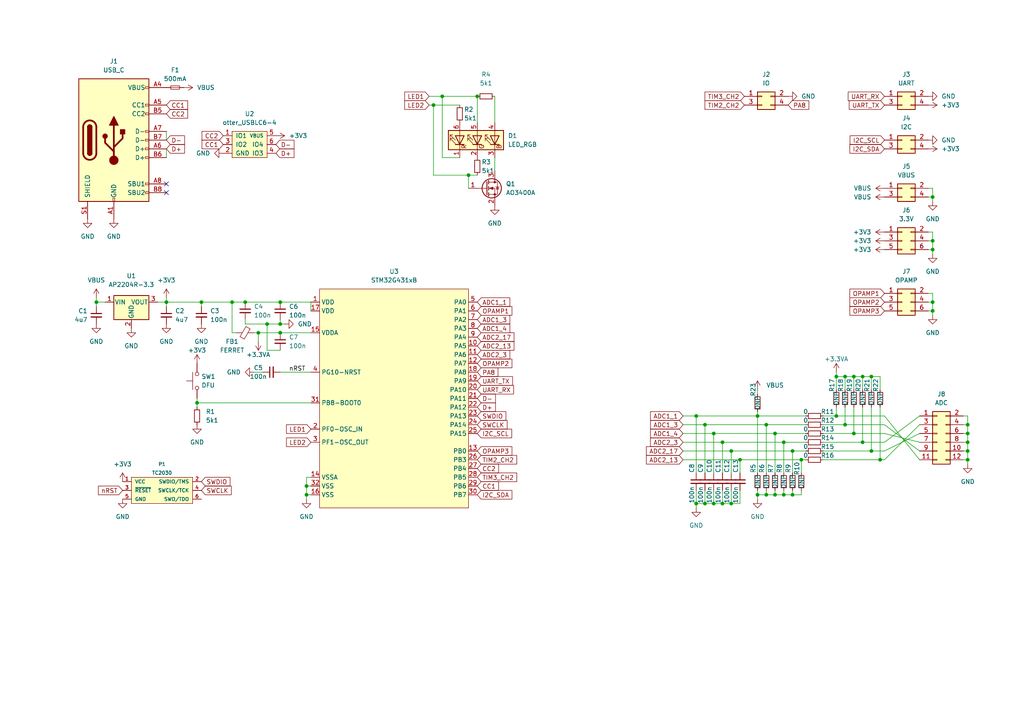
<source format=kicad_sch>
(kicad_sch (version 20211123) (generator eeschema)
  (paper "A4")
  (lib_symbols
    (symbol "Connector:USB_C_Receptacle_USB2.0" (pin_names (offset 1.016))
      (property "Reference" "J" (at -10.16 19.05 0))
      (property "Value" "USB_C_Receptacle_USB2.0" (at 19.05 19.05 0))
      (symbol "USB_C_Receptacle_USB2.0_1_1"
        (pin passive line (at 0 -22.86 90) (length 5.08) (name "GND") (number "A1"))
        (pin passive line (at 0 -22.86 90) (length 5.08) hide (name "GND") (number "A12"))
        (pin passive line (at 15.24 15.24 180) (length 5.08) (name "VBUS") (number "A4"))
        (pin bidirectional line (at 15.24 10.16 180) (length 5.08) (name "CC1") (number "A5"))
        (pin bidirectional line (at 15.24 -2.54 180) (length 5.08) (name "D+") (number "A6"))
        (pin bidirectional line (at 15.24 2.54 180) (length 5.08) (name "D-") (number "A7"))
        (pin bidirectional line (at 15.24 -12.7 180) (length 5.08) (name "SBU1") (number "A8"))
        (pin passive line (at 15.24 15.24 180) (length 5.08) hide (name "VBUS") (number "A9"))
        (pin passive line (at 0 -22.86 90) (length 5.08) hide (name "GND") (number "B1"))
        (pin passive line (at 0 -22.86 90) (length 5.08) hide (name "GND") (number "B12"))
        (pin passive line (at 15.24 15.24 180) (length 5.08) hide (name "VBUS") (number "B4"))
        (pin bidirectional line (at 15.24 7.62 180) (length 5.08) (name "CC2") (number "B5"))
        (pin bidirectional line (at 15.24 -5.08 180) (length 5.08) (name "D+") (number "B6"))
        (pin bidirectional line (at 15.24 0 180) (length 5.08) (name "D-") (number "B7"))
        (pin bidirectional line (at 15.24 -15.24 180) (length 5.08) (name "SBU2") (number "B8"))
        (pin passive line (at 15.24 15.24 180) (length 5.08) hide (name "VBUS") (number "B9"))
        (pin passive line (at -7.62 -22.86 90) (length 5.08) (name "SHIELD") (number "S1"))
      )
    )
    (symbol "Connector_Generic:Conn_02x02_Odd_Even" (pin_names (offset 1.016) hide)
      (property "Reference" "J" (at 1.27 2.54 0))
      (property "Value" "Conn_02x02_Odd_Even" (at 1.27 -5.08 0))
      (symbol "Conn_02x02_Odd_Even_1_1"
        (pin passive line (at -5.08 0 0) (length 3.81) (name "Pin_1") (number "1"))
        (pin passive line (at 7.62 0 180) (length 3.81) (name "Pin_2") (number "2"))
        (pin passive line (at -5.08 -2.54 0) (length 3.81) (name "Pin_3") (number "3"))
        (pin passive line (at 7.62 -2.54 180) (length 3.81) (name "Pin_4") (number "4"))
      )
    )
    (symbol "Connector_Generic:Conn_02x03_Odd_Even" (pin_names (offset 1.016) hide)
      (property "Reference" "J" (at 1.27 5.08 0))
      (property "Value" "Conn_02x03_Odd_Even" (at 1.27 -5.08 0))
      (symbol "Conn_02x03_Odd_Even_1_1"
        (pin passive line (at -5.08 2.54 0) (length 3.81) (name "Pin_1") (number "1"))
        (pin passive line (at 7.62 2.54 180) (length 3.81) (name "Pin_2") (number "2"))
        (pin passive line (at -5.08 0 0) (length 3.81) (name "Pin_3") (number "3"))
        (pin passive line (at 7.62 0 180) (length 3.81) (name "Pin_4") (number "4"))
        (pin passive line (at -5.08 -2.54 0) (length 3.81) (name "Pin_5") (number "5"))
        (pin passive line (at 7.62 -2.54 180) (length 3.81) (name "Pin_6") (number "6"))
      )
    )
    (symbol "Connector_Generic:Conn_02x06_Odd_Even" (pin_names (offset 1.016) hide)
      (property "Reference" "J" (at 1.27 7.62 0))
      (property "Value" "Conn_02x06_Odd_Even" (at 1.27 -10.16 0))
      (symbol "Conn_02x06_Odd_Even_1_1"
        (pin passive line (at -5.08 5.08 0) (length 3.81) (name "Pin_1") (number "1"))
        (pin passive line (at 7.62 -5.08 180) (length 3.81) (name "Pin_10") (number "10"))
        (pin passive line (at -5.08 -7.62 0) (length 3.81) (name "Pin_11") (number "11"))
        (pin passive line (at 7.62 -7.62 180) (length 3.81) (name "Pin_12") (number "12"))
        (pin passive line (at 7.62 5.08 180) (length 3.81) (name "Pin_2") (number "2"))
        (pin passive line (at -5.08 2.54 0) (length 3.81) (name "Pin_3") (number "3"))
        (pin passive line (at 7.62 2.54 180) (length 3.81) (name "Pin_4") (number "4"))
        (pin passive line (at -5.08 0 0) (length 3.81) (name "Pin_5") (number "5"))
        (pin passive line (at 7.62 0 180) (length 3.81) (name "Pin_6") (number "6"))
        (pin passive line (at -5.08 -2.54 0) (length 3.81) (name "Pin_7") (number "7"))
        (pin passive line (at 7.62 -2.54 180) (length 3.81) (name "Pin_8") (number "8"))
        (pin passive line (at -5.08 -5.08 0) (length 3.81) (name "Pin_9") (number "9"))
      )
    )
    (symbol "Device:C_Small" (pin_numbers hide) (pin_names (offset 0.254) hide)
      (property "Reference" "C" (at 0.254 1.778 0))
      (property "Value" "C_Small" (at 0.254 -2.032 0))
      (symbol "C_Small_1_1"
        (pin passive line (at 0 2.54 270) (length 2.032) (name "~") (number "1"))
        (pin passive line (at 0 -2.54 90) (length 2.032) (name "~") (number "2"))
      )
    )
    (symbol "Device:FerriteBead_Small" (pin_numbers hide) (pin_names (offset 0))
      (property "Reference" "FB" (at 1.905 1.27 0))
      (property "Value" "FerriteBead_Small" (at 1.905 -1.27 0))
      (symbol "FerriteBead_Small_1_1"
        (pin passive line (at 0 2.54 270) (length 1.27) (name "~") (number "1"))
        (pin passive line (at 0 -2.54 90) (length 1.27) (name "~") (number "2"))
      )
    )
    (symbol "Device:Fuse_Small" (pin_numbers hide) (pin_names (offset 0.254) hide)
      (property "Reference" "F" (at 0 -1.524 0))
      (property "Value" "Fuse_Small" (at 0 1.524 0))
      (symbol "Fuse_Small_1_1"
        (pin passive line (at -2.54 0 0) (length 1.27) (name "~") (number "1"))
        (pin passive line (at 2.54 0 180) (length 1.27) (name "~") (number "2"))
      )
    )
    (symbol "Device:LED_RGB" (pin_names (offset 0) hide)
      (property "Reference" "D" (at 0 9.398 0))
      (property "Value" "LED_RGB" (at 0 -8.89 0))
      (symbol "LED_RGB_0_0"
        (text "B" (at -1.905 -6.35 0) (effects (font (size 1.27 1.27))))
        (text "G" (at -1.905 -1.27 0) (effects (font (size 1.27 1.27))))
        (text "R" (at -1.905 3.81 0) (effects (font (size 1.27 1.27))))
      )
      (symbol "LED_RGB_1_1"
        (pin passive line (at -5.08 5.08 0) (length 2.54) (name "RK") (number "1"))
        (pin passive line (at -5.08 0 0) (length 2.54) (name "GK") (number "2"))
        (pin passive line (at -5.08 -5.08 0) (length 2.54) (name "BK") (number "3"))
        (pin passive line (at 5.08 -5.08 180) (length 2.54) (name "BA") (number "4"))
        (pin passive line (at 5.08 0 180) (length 2.54) (name "GA") (number "5"))
        (pin passive line (at 5.08 5.08 180) (length 2.54) (name "RA") (number "6"))
      )
    )
    (symbol "Device:R_Small" (pin_numbers hide) (pin_names (offset 0.254) hide)
      (property "Reference" "R" (at 0.762 0.508 0))
      (property "Value" "R_Small" (at 0.762 -1.016 0))
      (symbol "R_Small_1_1"
        (pin passive line (at 0 2.54 270) (length 0.762) (name "~") (number "1"))
        (pin passive line (at 0 -2.54 90) (length 0.762) (name "~") (number "2"))
      )
    )
    (symbol "Regulator_Linear:AP2204R-3.3" (pin_names (offset 0.254))
      (property "Reference" "U" (at -5.08 3.175 0))
      (property "Value" "AP2204R-3.3" (at 0 3.175 0))
      (symbol "AP2204R-3.3_1_1"
        (pin power_in line (at -7.62 0 0) (length 2.54) (name "VIN") (number "1"))
        (pin power_in line (at 0 -7.62 90) (length 2.54) (name "GND") (number "2"))
        (pin power_out line (at 7.62 0 180) (length 2.54) (name "VOUT") (number "3"))
      )
    )
    (symbol "Switch:SW_Push" (pin_numbers hide) (pin_names (offset 1.016) hide)
      (property "Reference" "SW" (at 1.27 2.54 0))
      (property "Value" "SW_Push" (at 0 -1.524 0))
      (symbol "SW_Push_0_1"
        (pin passive line (at -5.08 0 0) (length 2.54) (name "1") (number "1"))
        (pin passive line (at 5.08 0 180) (length 2.54) (name "2") (number "2"))
      )
    )
    (symbol "Transistor_FET:AO3400A" (pin_names hide)
      (property "Reference" "Q" (at 5.08 1.905 0))
      (property "Value" "AO3400A" (at 5.08 0 0))
      (symbol "AO3400A_1_1"
        (pin input line (at -5.08 0 0) (length 2.54) (name "G") (number "1"))
        (pin passive line (at 2.54 -5.08 90) (length 2.54) (name "S") (number "2"))
        (pin passive line (at 2.54 5.08 270) (length 2.54) (name "D") (number "3"))
      )
    )
    (symbol "otter:+3.3V" (power) (pin_names (offset 0))
      (property "Value" "+3.3V" (at 0 3.556 0))
      (symbol "+3.3V_1_1"
        (pin power_in line (at 0 0 90) (length 0) hide (name "+3V3") (number "1"))
      )
    )
    (symbol "otter:GND" (power) (pin_names (offset 0))
      (property "Value" "GND" (at 0 -3.81 0))
      (symbol "GND_1_1"
        (pin power_in line (at 0 0 270) (length 0) hide (name "GND") (number "1"))
      )
    )
    (symbol "otter:STM32G431xB"
      (property "Reference" "U" (at 0 34.29 0))
      (property "Value" "STM32G431xB" (at 0 31.75 0))
      (symbol "STM32G431xB_1_1"
        (pin input line (at -25.4 26.67 0) (length 2.54) (name "VDD") (number "1"))
        (pin input line (at 22.86 13.97 180) (length 2.54) (name "PA5") (number "10"))
        (pin input line (at 22.86 11.43 180) (length 2.54) (name "PA6") (number "11"))
        (pin input line (at 22.86 8.89 180) (length 2.54) (name "PA7") (number "12"))
        (pin input line (at 22.86 -16.51 180) (length 2.54) (name "PB0") (number "13"))
        (pin input line (at -25.4 -24.13 0) (length 2.54) (name "VSSA") (number "14"))
        (pin input line (at -25.4 17.78 0) (length 2.54) (name "VDDA") (number "15"))
        (pin input line (at -25.4 -29.21 0) (length 2.54) (name "VSS") (number "16"))
        (pin input line (at -25.4 24.13 0) (length 2.54) (name "VDD") (number "17"))
        (pin input line (at 22.86 6.35 180) (length 2.54) (name "PA8") (number "18"))
        (pin input line (at 22.86 3.81 180) (length 2.54) (name "PA9") (number "19"))
        (pin input line (at -25.4 -10.16 0) (length 2.54) (name "PF0-OSC_IN") (number "2"))
        (pin input line (at 22.86 1.27 180) (length 2.54) (name "PA10") (number "20"))
        (pin input line (at 22.86 -1.27 180) (length 2.54) (name "PA11") (number "21"))
        (pin input line (at 22.86 -3.81 180) (length 2.54) (name "PA12") (number "22"))
        (pin input line (at 22.86 -6.35 180) (length 2.54) (name "PA13") (number "23"))
        (pin input line (at 22.86 -8.89 180) (length 2.54) (name "PA14") (number "24"))
        (pin input line (at 22.86 -11.43 180) (length 2.54) (name "PA15") (number "25"))
        (pin input line (at 22.86 -19.05 180) (length 2.54) (name "PB3") (number "26"))
        (pin input line (at 22.86 -21.59 180) (length 2.54) (name "PB4") (number "27"))
        (pin input line (at 22.86 -24.13 180) (length 2.54) (name "PB5") (number "28"))
        (pin input line (at 22.86 -26.67 180) (length 2.54) (name "PB6") (number "29"))
        (pin input line (at -25.4 -13.97 0) (length 2.54) (name "PF1-OSC_OUT") (number "3"))
        (pin input line (at 22.86 -29.21 180) (length 2.54) (name "PB7") (number "30"))
        (pin input line (at -25.4 -2.54 0) (length 2.54) (name "PB8-BOOT0") (number "31"))
        (pin input line (at -25.4 -26.67 0) (length 2.54) (name "VSS") (number "32"))
        (pin input line (at -25.4 6.35 0) (length 2.54) (name "PG10-NRST") (number "4"))
        (pin input line (at 22.86 26.67 180) (length 2.54) (name "PA0") (number "5"))
        (pin input line (at 22.86 24.13 180) (length 2.54) (name "PA1") (number "6"))
        (pin input line (at 22.86 21.59 180) (length 2.54) (name "PA2") (number "7"))
        (pin input line (at 22.86 19.05 180) (length 2.54) (name "PA3") (number "8"))
        (pin input line (at 22.86 16.51 180) (length 2.54) (name "PA4") (number "9"))
      )
    )
    (symbol "otter:TC2030-CTX-Tag-Connect" (pin_names (offset 1.016))
      (property "Reference" "P" (at -1.27 -5.08 0))
      (property "Value" "TC2030-CTX-Tag-Connect" (at 0 5.08 0))
      (symbol "TC2030-CTX-Tag-Connect_1_1"
        (pin passive line (at -11.43 2.54 0) (length 2.54) (name "VCC") (number "1"))
        (pin passive line (at 11.43 2.54 180) (length 2.54) (name "SWDIO/TMS") (number "2"))
        (pin passive line (at -11.43 0 0) (length 2.54) (name "~{RESET}") (number "3"))
        (pin passive line (at 11.43 0 180) (length 2.54) (name "SWCLK/TCK") (number "4"))
        (pin passive line (at -11.43 -2.54 0) (length 2.54) (name "GND") (number "5"))
        (pin passive line (at 11.43 -2.54 180) (length 2.54) (name "SWO/TDO") (number "6"))
      )
    )
    (symbol "otter:otter_USBLC6-4" (pin_names (offset 1.016))
      (property "Reference" "U" (at 0 7.62 0))
      (property "Value" "otter_USBLC6-4" (at 0 5.08 0))
      (symbol "otter_USBLC6-4_1_1"
        (pin input line (at -7.62 2.54 0) (length 2.54) (name "IO1") (number "1"))
        (pin input line (at -7.62 -2.54 0) (length 2.54) (name "GND") (number "2"))
        (pin input line (at -7.62 0 0) (length 2.54) (name "IO2") (number "3"))
        (pin input line (at 7.62 -2.54 180) (length 2.54) (name "IO3") (number "4"))
        (pin input line (at 7.62 2.54 180) (length 2.54) (name "VBUS") (number "5"))
        (pin input line (at 7.62 0 180) (length 2.54) (name "IO4") (number "6"))
      )
    )
    (symbol "power:+3.3VA" (power) (pin_names (offset 0))
      (property "Value" "+3.3VA" (at 0 3.556 0))
      (symbol "+3.3VA_1_1"
        (pin power_in line (at 0 0 90) (length 0) hide (name "+3.3VA") (number "1"))
      )
    )
    (symbol "power:VBUS" (power) (pin_names (offset 0))
      (property "Value" "VBUS" (at 0 3.81 0))
      (symbol "VBUS_1_1"
        (pin power_in line (at 0 0 90) (length 0) hide (name "VBUS") (number "1"))
      )
    )
  )
  (junction (at 77.47 93.98))
  (junction (at 81.28 96.52))
  (junction (at 58.42 87.63))
  (junction (at 204.47 123.19))
  (junction (at 280.67 133.35))
  (junction (at 209.55 128.27))
  (junction (at 280.67 128.27))
  (junction (at 255.27 133.35))
  (junction (at 252.73 109.22))
  (junction (at 245.11 123.19))
  (junction (at 270.51 87.63))
  (junction (at 270.51 69.85))
  (junction (at 88.9 140.97))
  (junction (at 270.51 57.15))
  (junction (at 242.57 120.65))
  (junction (at 232.41 133.35))
  (junction (at 247.65 109.22))
  (junction (at 227.33 143.51))
  (junction (at 229.87 143.51))
  (junction (at 27.94 87.63))
  (junction (at 227.33 128.27))
  (junction (at 270.51 72.39))
  (junction (at 222.25 143.51))
  (junction (at 209.55 146.05))
  (junction (at 48.26 87.63))
  (junction (at 250.19 128.27))
  (junction (at 219.71 143.51))
  (junction (at 280.67 123.19))
  (junction (at 81.28 87.63))
  (junction (at 201.93 146.05))
  (junction (at 138.43 27.94))
  (junction (at 74.93 96.52))
  (junction (at 242.57 109.22))
  (junction (at 88.9 143.51))
  (junction (at 212.09 130.81))
  (junction (at 247.65 125.73))
  (junction (at 270.51 90.17))
  (junction (at 214.63 133.35))
  (junction (at 67.31 87.63))
  (junction (at 57.15 116.84))
  (junction (at 207.01 125.73))
  (junction (at 224.79 125.73))
  (junction (at 212.09 146.05))
  (junction (at 125.73 30.48))
  (junction (at 222.25 123.19))
  (junction (at 252.73 130.81))
  (junction (at 224.79 143.51))
  (junction (at 204.47 146.05))
  (junction (at 245.11 109.22))
  (junction (at 229.87 130.81))
  (junction (at 280.67 125.73))
  (junction (at 250.19 109.22))
  (junction (at 71.12 87.63))
  (junction (at 135.89 50.8))
  (junction (at 280.67 130.81))
  (junction (at 128.27 27.94))
  (junction (at 207.01 146.05))
  (junction (at 219.71 120.65))
  (junction (at 81.28 93.98))
  (junction (at 201.93 120.65))
  (no_connect (at 48.26 55.88))
  (no_connect (at 48.26 53.34))
  (wire (pts (xy 252.73 109.22) (xy 252.73 113.03)))
  (wire (pts (xy 256.54 128.27) (xy 250.19 128.27)))
  (wire (pts (xy 71.12 93.98) (xy 71.12 92.71)))
  (wire (pts (xy 214.63 133.35) (xy 198.12 133.35)))
  (wire (pts (xy 90.17 90.17) (xy 90.17 87.63)))
  (wire (pts (xy 71.12 87.63) (xy 67.31 87.63)))
  (wire (pts (xy 209.55 146.05) (xy 207.01 146.05)))
  (wire (pts (xy 280.67 133.35) (xy 280.67 134.62)))
  (wire (pts (xy 81.28 93.98) (xy 81.28 92.71)))
  (wire (pts (xy 280.67 123.19) (xy 280.67 120.65)))
  (wire (pts (xy 250.19 128.27) (xy 238.76 128.27)))
  (wire (pts (xy 74.93 96.52) (xy 73.66 96.52)))
  (wire (pts (xy 270.51 69.85) (xy 269.24 69.85)))
  (wire (pts (xy 232.41 137.16) (xy 232.41 133.35)))
  (wire (pts (xy 88.9 143.51) (xy 88.9 140.97)))
  (wire (pts (xy 250.19 109.22) (xy 250.19 113.03)))
  (wire (pts (xy 255.27 118.11) (xy 255.27 133.35)))
  (wire (pts (xy 58.42 87.63) (xy 67.31 87.63)))
  (wire (pts (xy 73.66 107.95) (xy 76.2 107.95)))
  (wire (pts (xy 227.33 143.51) (xy 224.79 143.51)))
  (wire (pts (xy 219.71 120.65) (xy 201.93 120.65)))
  (wire (pts (xy 88.9 138.43) (xy 90.17 138.43)))
  (wire (pts (xy 48.26 87.63) (xy 58.42 87.63)))
  (wire (pts (xy 224.79 137.16) (xy 224.79 125.73)))
  (wire (pts (xy 207.01 137.16) (xy 207.01 125.73)))
  (wire (pts (xy 229.87 143.51) (xy 227.33 143.51)))
  (wire (pts (xy 250.19 109.22) (xy 252.73 109.22)))
  (wire (pts (xy 128.27 27.94) (xy 138.43 27.94)))
  (wire (pts (xy 242.57 120.65) (xy 238.76 120.65)))
  (wire (pts (xy 233.68 128.27) (xy 227.33 128.27)))
  (wire (pts (xy 124.46 30.48) (xy 125.73 30.48)))
  (wire (pts (xy 222.25 143.51) (xy 219.71 143.51)))
  (wire (pts (xy 125.73 50.8) (xy 125.73 30.48)))
  (wire (pts (xy 57.15 118.11) (xy 57.15 116.84)))
  (wire (pts (xy 204.47 142.24) (xy 204.47 146.05)))
  (wire (pts (xy 88.9 144.78) (xy 88.9 143.51)))
  (wire (pts (xy 30.48 87.63) (xy 27.94 87.63)))
  (wire (pts (xy 270.51 91.44) (xy 270.51 90.17)))
  (wire (pts (xy 233.68 130.81) (xy 229.87 130.81)))
  (wire (pts (xy 219.71 113.03) (xy 219.71 114.3)))
  (wire (pts (xy 209.55 128.27) (xy 198.12 128.27)))
  (wire (pts (xy 245.11 123.19) (xy 238.76 123.19)))
  (wire (pts (xy 81.28 96.52) (xy 74.93 96.52)))
  (wire (pts (xy 45.72 87.63) (xy 48.26 87.63)))
  (wire (pts (xy 247.65 125.73) (xy 238.76 125.73)))
  (wire (pts (xy 256.54 125.73) (xy 247.65 125.73)))
  (wire (pts (xy 219.71 120.65) (xy 219.71 119.38)))
  (wire (pts (xy 58.42 88.9) (xy 58.42 87.63)))
  (wire (pts (xy 233.68 123.19) (xy 222.25 123.19)))
  (wire (pts (xy 138.43 50.8) (xy 135.89 50.8)))
  (wire (pts (xy 232.41 142.24) (xy 232.41 143.51)))
  (wire (pts (xy 219.71 143.51) (xy 219.71 142.24)))
  (wire (pts (xy 135.89 50.8) (xy 125.73 50.8)))
  (wire (pts (xy 256.54 123.19) (xy 266.7 130.81)))
  (wire (pts (xy 57.15 116.84) (xy 57.15 115.57)))
  (wire (pts (xy 255.27 109.22) (xy 255.27 113.03)))
  (wire (pts (xy 90.17 140.97) (xy 88.9 140.97)))
  (wire (pts (xy 27.94 87.63) (xy 27.94 88.9)))
  (wire (pts (xy 212.09 146.05) (xy 209.55 146.05)))
  (wire (pts (xy 233.68 133.35) (xy 232.41 133.35)))
  (wire (pts (xy 232.41 133.35) (xy 214.63 133.35)))
  (wire (pts (xy 81.28 87.63) (xy 71.12 87.63)))
  (wire (pts (xy 48.26 86.36) (xy 48.26 87.63)))
  (wire (pts (xy 280.67 120.65) (xy 279.4 120.65)))
  (wire (pts (xy 124.46 27.94) (xy 128.27 27.94)))
  (wire (pts (xy 233.68 120.65) (xy 219.71 120.65)))
  (wire (pts (xy 227.33 128.27) (xy 209.55 128.27)))
  (wire (pts (xy 222.25 142.24) (xy 222.25 143.51)))
  (wire (pts (xy 219.71 144.78) (xy 219.71 143.51)))
  (wire (pts (xy 207.01 125.73) (xy 198.12 125.73)))
  (wire (pts (xy 224.79 143.51) (xy 222.25 143.51)))
  (wire (pts (xy 128.27 45.72) (xy 128.27 27.94)))
  (wire (pts (xy 256.54 133.35) (xy 266.7 123.19)))
  (wire (pts (xy 256.54 128.27) (xy 266.7 120.65)))
  (wire (pts (xy 270.51 57.15) (xy 269.24 57.15)))
  (wire (pts (xy 245.11 109.22) (xy 245.11 113.03)))
  (wire (pts (xy 214.63 137.16) (xy 214.63 133.35)))
  (wire (pts (xy 207.01 142.24) (xy 207.01 146.05)))
  (wire (pts (xy 212.09 142.24) (xy 212.09 146.05)))
  (wire (pts (xy 90.17 87.63) (xy 81.28 87.63)))
  (wire (pts (xy 252.73 118.11) (xy 252.73 130.81)))
  (wire (pts (xy 256.54 120.65) (xy 242.57 120.65)))
  (wire (pts (xy 252.73 130.81) (xy 238.76 130.81)))
  (wire (pts (xy 229.87 142.24) (xy 229.87 143.51)))
  (wire (pts (xy 48.26 88.9) (xy 48.26 87.63)))
  (wire (pts (xy 242.57 113.03) (xy 242.57 109.22)))
  (wire (pts (xy 245.11 118.11) (xy 245.11 123.19)))
  (wire (pts (xy 269.24 67.31) (xy 270.51 67.31)))
  (wire (pts (xy 270.51 87.63) (xy 270.51 85.09)))
  (wire (pts (xy 201.93 120.65) (xy 198.12 120.65)))
  (wire (pts (xy 207.01 146.05) (xy 204.47 146.05)))
  (wire (pts (xy 90.17 143.51) (xy 88.9 143.51)))
  (wire (pts (xy 256.54 125.73) (xy 266.7 128.27)))
  (wire (pts (xy 77.47 101.6) (xy 81.28 101.6)))
  (wire (pts (xy 233.68 125.73) (xy 224.79 125.73)))
  (wire (pts (xy 222.25 123.19) (xy 204.47 123.19)))
  (wire (pts (xy 229.87 137.16) (xy 229.87 130.81)))
  (wire (pts (xy 280.67 125.73) (xy 279.4 125.73)))
  (wire (pts (xy 125.73 30.48) (xy 133.35 30.48)))
  (wire (pts (xy 201.93 137.16) (xy 201.93 120.65)))
  (wire (pts (xy 81.28 107.95) (xy 90.17 107.95)))
  (wire (pts (xy 252.73 109.22) (xy 255.27 109.22)))
  (wire (pts (xy 48.26 38.1) (xy 48.26 40.64)))
  (wire (pts (xy 77.47 93.98) (xy 71.12 93.98)))
  (wire (pts (xy 67.31 87.63) (xy 67.31 96.52)))
  (wire (pts (xy 280.67 130.81) (xy 279.4 130.81)))
  (wire (pts (xy 224.79 142.24) (xy 224.79 143.51)))
  (wire (pts (xy 242.57 109.22) (xy 245.11 109.22)))
  (wire (pts (xy 270.51 54.61) (xy 269.24 54.61)))
  (wire (pts (xy 204.47 146.05) (xy 201.93 146.05)))
  (wire (pts (xy 247.65 109.22) (xy 250.19 109.22)))
  (wire (pts (xy 82.55 93.98) (xy 81.28 93.98)))
  (wire (pts (xy 255.27 133.35) (xy 256.54 133.35)))
  (wire (pts (xy 270.51 90.17) (xy 269.24 90.17)))
  (wire (pts (xy 143.51 27.94) (xy 143.51 35.56)))
  (wire (pts (xy 48.26 43.18) (xy 48.26 45.72)))
  (wire (pts (xy 138.43 27.94) (xy 138.43 35.56)))
  (wire (pts (xy 222.25 137.16) (xy 222.25 123.19)))
  (wire (pts (xy 250.19 118.11) (xy 250.19 128.27)))
  (wire (pts (xy 68.58 96.52) (xy 67.31 96.52)))
  (wire (pts (xy 201.93 147.32) (xy 201.93 146.05)))
  (wire (pts (xy 232.41 143.51) (xy 229.87 143.51)))
  (wire (pts (xy 270.51 58.42) (xy 270.51 57.15)))
  (wire (pts (xy 74.93 99.06) (xy 74.93 96.52)))
  (wire (pts (xy 256.54 120.65) (xy 266.7 133.35)))
  (wire (pts (xy 247.65 118.11) (xy 247.65 125.73)))
  (wire (pts (xy 252.73 130.81) (xy 256.54 130.81)))
  (wire (pts (xy 238.76 133.35) (xy 255.27 133.35)))
  (wire (pts (xy 227.33 142.24) (xy 227.33 143.51)))
  (wire (pts (xy 214.63 146.05) (xy 212.09 146.05)))
  (wire (pts (xy 270.51 90.17) (xy 270.51 87.63)))
  (wire (pts (xy 209.55 128.27) (xy 209.55 137.16)))
  (wire (pts (xy 242.57 107.95) (xy 242.57 109.22)))
  (wire (pts (xy 77.47 93.98) (xy 81.28 93.98)))
  (wire (pts (xy 280.67 130.81) (xy 280.67 128.27)))
  (wire (pts (xy 227.33 128.27) (xy 227.33 137.16)))
  (wire (pts (xy 88.9 140.97) (xy 88.9 138.43)))
  (wire (pts (xy 270.51 57.15) (xy 270.51 54.61)))
  (wire (pts (xy 57.15 116.84) (xy 90.17 116.84)))
  (wire (pts (xy 270.51 67.31) (xy 270.51 69.85)))
  (wire (pts (xy 280.67 128.27) (xy 280.67 125.73)))
  (wire (pts (xy 256.54 130.81) (xy 266.7 125.73)))
  (wire (pts (xy 209.55 142.24) (xy 209.55 146.05)))
  (wire (pts (xy 280.67 128.27) (xy 279.4 128.27)))
  (wire (pts (xy 204.47 137.16) (xy 204.47 123.19)))
  (wire (pts (xy 143.51 45.72) (xy 143.51 49.53)))
  (wire (pts (xy 212.09 137.16) (xy 212.09 130.81)))
  (wire (pts (xy 77.47 101.6) (xy 77.47 93.98)))
  (wire (pts (xy 280.67 133.35) (xy 280.67 130.81)))
  (wire (pts (xy 135.89 50.8) (xy 135.89 54.61)))
  (wire (pts (xy 280.67 133.35) (xy 279.4 133.35)))
  (wire (pts (xy 270.51 72.39) (xy 269.24 72.39)))
  (wire (pts (xy 90.17 96.52) (xy 81.28 96.52)))
  (wire (pts (xy 229.87 130.81) (xy 212.09 130.81)))
  (wire (pts (xy 270.51 72.39) (xy 270.51 69.85)))
  (wire (pts (xy 212.09 130.81) (xy 198.12 130.81)))
  (wire (pts (xy 280.67 123.19) (xy 279.4 123.19)))
  (wire (pts (xy 247.65 109.22) (xy 247.65 113.03)))
  (wire (pts (xy 242.57 118.11) (xy 242.57 120.65)))
  (wire (pts (xy 214.63 142.24) (xy 214.63 146.05)))
  (wire (pts (xy 270.51 85.09) (xy 269.24 85.09)))
  (wire (pts (xy 219.71 137.16) (xy 219.71 120.65)))
  (wire (pts (xy 27.94 86.36) (xy 27.94 87.63)))
  (wire (pts (xy 270.51 73.66) (xy 270.51 72.39)))
  (wire (pts (xy 201.93 142.24) (xy 201.93 146.05)))
  (wire (pts (xy 256.54 123.19) (xy 245.11 123.19)))
  (wire (pts (xy 245.11 109.22) (xy 247.65 109.22)))
  (wire (pts (xy 224.79 125.73) (xy 207.01 125.73)))
  (wire (pts (xy 270.51 87.63) (xy 269.24 87.63)))
  (wire (pts (xy 204.47 123.19) (xy 198.12 123.19)))
  (wire (pts (xy 280.67 125.73) (xy 280.67 123.19)))
  (wire (pts (xy 133.35 45.72) (xy 128.27 45.72)))
  (label "nRST" (at 83.82 107.95 0))
  (global_label "SWDIO" (shape input) (at 58.42 139.7 0) (property "Intersheet References" "${INTERSHEET_REFS}" (effects hide)))
  (global_label "UART_RX" (shape input) (at 256.54 27.94 180) (property "Intersheet References" "${INTERSHEET_REFS}" (effects hide)))
  (global_label "D-" (shape input) (at 138.43 115.57 0) (property "Intersheet References" "${INTERSHEET_REFS}" (effects hide)))
  (global_label "SWDIO" (shape input) (at 138.43 120.65 0) (property "Intersheet References" "${INTERSHEET_REFS}" (effects hide)))
  (global_label "I2C_SCL" (shape input) (at 138.43 125.73 0) (property "Intersheet References" "${INTERSHEET_REFS}" (effects hide)))
  (global_label "I2C_SDA" (shape input) (at 138.43 143.51 0) (property "Intersheet References" "${INTERSHEET_REFS}" (effects hide)))
  (global_label "TIM2_CH2" (shape input) (at 138.43 133.35 0) (property "Intersheet References" "${INTERSHEET_REFS}" (effects hide)))
  (global_label "SWCLK" (shape input) (at 58.42 142.24 0) (property "Intersheet References" "${INTERSHEET_REFS}" (effects hide)))
  (global_label "ADC2_3" (shape input) (at 198.12 128.27 180) (property "Intersheet References" "${INTERSHEET_REFS}" (effects hide)))
  (global_label "D+" (shape input) (at 80.01 44.45 0) (property "Intersheet References" "${INTERSHEET_REFS}" (effects hide)))
  (global_label "LED1" (shape input) (at 124.46 27.94 180) (property "Intersheet References" "${INTERSHEET_REFS}" (effects hide)))
  (global_label "CC2" (shape input) (at 64.77 39.37 180) (property "Intersheet References" "${INTERSHEET_REFS}" (effects hide)))
  (global_label "OPAMP2" (shape input) (at 256.54 87.63 180) (property "Intersheet References" "${INTERSHEET_REFS}" (effects hide)))
  (global_label "TIM3_CH2" (shape input) (at 215.9 27.94 180) (property "Intersheet References" "${INTERSHEET_REFS}" (effects hide)))
  (global_label "I2C_SCL" (shape input) (at 256.54 40.64 180) (property "Intersheet References" "${INTERSHEET_REFS}" (effects hide)))
  (global_label "TIM3_CH2" (shape input) (at 138.43 138.43 0) (property "Intersheet References" "${INTERSHEET_REFS}" (effects hide)))
  (global_label "CC1" (shape input) (at 48.26 30.48 0) (property "Intersheet References" "${INTERSHEET_REFS}" (effects hide)))
  (global_label "CC1" (shape input) (at 138.43 140.97 0) (property "Intersheet References" "${INTERSHEET_REFS}" (effects hide)))
  (global_label "ADC2_13" (shape input) (at 138.43 100.33 0) (property "Intersheet References" "${INTERSHEET_REFS}" (effects hide)))
  (global_label "ADC1_3" (shape input) (at 198.12 123.19 180) (property "Intersheet References" "${INTERSHEET_REFS}" (effects hide)))
  (global_label "D-" (shape input) (at 48.26 40.64 0) (property "Intersheet References" "${INTERSHEET_REFS}" (effects hide)))
  (global_label "CC2" (shape input) (at 138.43 135.89 0) (property "Intersheet References" "${INTERSHEET_REFS}" (effects hide)))
  (global_label "ADC2_17" (shape input) (at 138.43 97.79 0) (property "Intersheet References" "${INTERSHEET_REFS}" (effects hide)))
  (global_label "PA8" (shape input) (at 138.43 107.95 0) (property "Intersheet References" "${INTERSHEET_REFS}" (effects hide)))
  (global_label "ADC2_13" (shape input) (at 198.12 133.35 180) (property "Intersheet References" "${INTERSHEET_REFS}" (effects hide)))
  (global_label "ADC2_17" (shape input) (at 198.12 130.81 180) (property "Intersheet References" "${INTERSHEET_REFS}" (effects hide)))
  (global_label "D-" (shape input) (at 80.01 41.91 0) (property "Intersheet References" "${INTERSHEET_REFS}" (effects hide)))
  (global_label "OPAMP3" (shape input) (at 256.54 90.17 180) (property "Intersheet References" "${INTERSHEET_REFS}" (effects hide)))
  (global_label "ADC1_4" (shape input) (at 198.12 125.73 180) (property "Intersheet References" "${INTERSHEET_REFS}" (effects hide)))
  (global_label "ADC1_3" (shape input) (at 138.43 92.71 0) (property "Intersheet References" "${INTERSHEET_REFS}" (effects hide)))
  (global_label "SWCLK" (shape input) (at 138.43 123.19 0) (property "Intersheet References" "${INTERSHEET_REFS}" (effects hide)))
  (global_label "ADC1_1" (shape input) (at 198.12 120.65 180) (property "Intersheet References" "${INTERSHEET_REFS}" (effects hide)))
  (global_label "LED2" (shape input) (at 90.17 128.27 180) (property "Intersheet References" "${INTERSHEET_REFS}" (effects hide)))
  (global_label "CC2" (shape input) (at 48.26 33.02 0) (property "Intersheet References" "${INTERSHEET_REFS}" (effects hide)))
  (global_label "CC1" (shape input) (at 64.77 41.91 180) (property "Intersheet References" "${INTERSHEET_REFS}" (effects hide)))
  (global_label "OPAMP1" (shape input) (at 138.43 90.17 0) (property "Intersheet References" "${INTERSHEET_REFS}" (effects hide)))
  (global_label "nRST" (shape input) (at 35.56 142.24 180) (property "Intersheet References" "${INTERSHEET_REFS}" (effects hide)))
  (global_label "LED2" (shape input) (at 124.46 30.48 180) (property "Intersheet References" "${INTERSHEET_REFS}" (effects hide)))
  (global_label "LED1" (shape input) (at 90.17 124.46 180) (property "Intersheet References" "${INTERSHEET_REFS}" (effects hide)))
  (global_label "TIM2_CH2" (shape input) (at 215.9 30.48 180) (property "Intersheet References" "${INTERSHEET_REFS}" (effects hide)))
  (global_label "OPAMP3" (shape input) (at 138.43 130.81 0) (property "Intersheet References" "${INTERSHEET_REFS}" (effects hide)))
  (global_label "UART_RX" (shape input) (at 138.43 113.03 0) (property "Intersheet References" "${INTERSHEET_REFS}" (effects hide)))
  (global_label "UART_TX" (shape input) (at 256.54 30.48 180) (property "Intersheet References" "${INTERSHEET_REFS}" (effects hide)))
  (global_label "OPAMP2" (shape input) (at 138.43 105.41 0) (property "Intersheet References" "${INTERSHEET_REFS}" (effects hide)))
  (global_label "ADC1_4" (shape input) (at 138.43 95.25 0) (property "Intersheet References" "${INTERSHEET_REFS}" (effects hide)))
  (global_label "I2C_SDA" (shape input) (at 256.54 43.18 180) (property "Intersheet References" "${INTERSHEET_REFS}" (effects hide)))
  (global_label "D+" (shape input) (at 138.43 118.11 0) (property "Intersheet References" "${INTERSHEET_REFS}" (effects hide)))
  (global_label "PA8" (shape input) (at 228.6 30.48 0) (property "Intersheet References" "${INTERSHEET_REFS}" (effects hide)))
  (global_label "ADC1_1" (shape input) (at 138.43 87.63 0) (property "Intersheet References" "${INTERSHEET_REFS}" (effects hide)))
  (global_label "D+" (shape input) (at 48.26 43.18 0) (property "Intersheet References" "${INTERSHEET_REFS}" (effects hide)))
  (global_label "OPAMP1" (shape input) (at 256.54 85.09 180) (property "Intersheet References" "${INTERSHEET_REFS}" (effects hide)))
  (global_label "ADC2_3" (shape input) (at 138.43 102.87 0) (property "Intersheet References" "${INTERSHEET_REFS}" (effects hide)))
  (global_label "UART_TX" (shape input) (at 138.43 110.49 0) (property "Intersheet References" "${INTERSHEET_REFS}" (effects hide)))
  (symbol (lib_id "otter:GND") (at 269.24 40.64 90) (unit 1)
    (property "Reference" "#PWR0113" (effects hide))
    (property "Value" "GND" (at 273.05 40.6399 90) (effects (justify right)))
  )
  (symbol (lib_id "Device:R_Small") (at 236.22 130.81 90) (unit 1)
    (property "Reference" "R15" (at 240.03 129.54 90))
    (property "Value" "0" (at 233.68 129.54 90))
    (property "Footprint" "otter:R_0402" (effects hide))
  )
  (symbol (lib_id "Device:R_Small") (at 57.15 120.65 0) (unit 1)
    (property "Reference" "R1" (at 59.69 119.3799 0) (effects (justify left)))
    (property "Value" "5k1" (at 59.69 121.9199 0) (effects (justify left)))
    (property "Footprint" "otter:R_0402" (effects hide))
  )
  (symbol (lib_id "Device:R_Small") (at 236.22 133.35 90) (unit 1)
    (property "Reference" "R16" (at 240.03 132.08 90))
    (property "Value" "0" (at 233.68 132.08 90))
    (property "Footprint" "otter:R_0402" (effects hide))
  )
  (symbol (lib_id "Device:C_Small") (at 58.42 91.44 0) (unit 1)
    (property "Reference" "C3" (at 60.96 90.1762 0) (effects (justify left)))
    (property "Value" "100n" (at 60.96 92.7162 0) (effects (justify left)))
    (property "Footprint" "otter:C_0402" (effects hide))
  )
  (symbol (lib_id "Device:C_Small") (at 212.09 139.7 0) (unit 1)
    (property "Reference" "C12" (at 210.82 137.16 90) (effects (justify left)))
    (property "Value" "100n" (at 210.82 146.05 90) (effects (justify left)))
    (property "Footprint" "otter:C_0402" (effects hide))
  )
  (symbol (lib_id "otter:GND") (at 270.51 73.66 0) (unit 1)
    (property "Reference" "#PWR0104" (effects hide))
    (property "Value" "GND" (at 270.51 78.74 0))
  )
  (symbol (lib_id "otter:+3.3V") (at 57.15 105.41 0) (unit 1)
    (property "Reference" "#PWR0133" (effects hide))
    (property "Value" "+3.3V" (at 57.15 101.6 0))
  )
  (symbol (lib_id "otter:+3.3V") (at 80.01 39.37 270) (unit 1)
    (property "Reference" "#PWR0137" (effects hide))
    (property "Value" "+3.3V" (at 83.82 39.3699 90) (effects (justify left)))
  )
  (symbol (lib_id "otter:+3.3V") (at 256.54 67.31 90) (unit 1)
    (property "Reference" "#PWR0107" (effects hide))
    (property "Value" "+3.3V" (at 252.73 67.3099 90) (effects (justify left)))
  )
  (symbol (lib_id "Device:Fuse_Small") (at 50.8 25.4 0) (unit 1)
    (property "Reference" "F1" (at 50.8 20.32 0))
    (property "Value" "500mA" (at 50.8 22.86 0))
    (property "Footprint" "otter:R_0805" (effects hide))
  )
  (symbol (lib_id "otter:STM32G431xB") (at 115.57 114.3 0) (unit 1)
    (property "Reference" "U3" (at 114.3 78.74 0))
    (property "Value" "STM32G431xB" (at 114.3 81.28 0))
    (property "Footprint" "Package_QFP:LQFP-32_7x7mm_P0.8mm" (effects hide))
  )
  (symbol (lib_id "otter:+3.3V") (at 269.24 43.18 270) (unit 1)
    (property "Reference" "#PWR0114" (effects hide))
    (property "Value" "+3.3V" (at 273.05 43.1799 90) (effects (justify left)))
  )
  (symbol (lib_id "otter:GND") (at 58.42 93.98 0) (unit 1)
    (property "Reference" "#PWR0118" (effects hide))
    (property "Value" "GND" (at 58.42 99.06 0))
  )
  (symbol (lib_id "Transistor_FET:AO3400A") (at 140.97 54.61 0) (unit 1)
    (property "Reference" "Q1" (at 146.728 53.3399 0) (effects (justify left)))
    (property "Value" "AO3400A" (at 146.728 55.8799 0) (effects (justify left)))
    (property "Footprint" "Package_TO_SOT_SMD:SOT-23" (effects hide))
    (property "Datasheet" "http://www.aosmd.com/pdfs/datasheet/AO3400A.pdf" (effects hide))
  )
  (symbol (lib_id "Device:C_Small") (at 48.26 91.44 0) (unit 1)
    (property "Reference" "C2" (at 50.8 90.1762 0) (effects (justify left)))
    (property "Value" "4u7" (at 50.8 92.7162 0) (effects (justify left)))
    (property "Footprint" "otter:C_0603" (effects hide))
  )
  (symbol (lib_id "Device:FerriteBead_Small") (at 71.12 96.52 90) (unit 1)
    (property "Reference" "FB1" (at 67.31 99.06 90))
    (property "Value" "FERRET" (at 67.31 101.6 90))
    (property "Footprint" "otter:R_0603" (effects hide))
  )
  (symbol (lib_id "Connector_Generic:Conn_02x02_Odd_Even") (at 261.62 54.61 0) (unit 1)
    (property "Reference" "J5" (at 262.89 48.26 0))
    (property "Value" "VBUS" (at 262.89 50.8 0))
    (property "Footprint" "Connector_PinHeader_2.54mm:PinHeader_2x02_P2.54mm_Horizontal" (effects hide))
  )
  (symbol (lib_id "otter:GND") (at 57.15 123.19 0) (unit 1)
    (property "Reference" "#PWR0129" (effects hide))
    (property "Value" "GND" (at 57.15 128.27 0))
  )
  (symbol (lib_id "otter:TC2030-CTX-Tag-Connect") (at 46.99 142.24 0) (unit 1)
    (property "Reference" "P1" (at 46.99 134.62 0) (effects (font (size 1.016 1.016))))
    (property "Value" "TC2030" (at 46.99 137.16 0) (effects (font (size 1.016 1.016))))
    (property "Footprint" "otter:TC2030" (effects hide))
  )
  (symbol (lib_id "Device:C_Small") (at 71.12 90.17 0) (unit 1)
    (property "Reference" "C4" (at 73.66 88.9062 0) (effects (justify left)))
    (property "Value" "100n" (at 73.66 91.4462 0) (effects (justify left)))
    (property "Footprint" "otter:C_0402" (effects hide))
  )
  (symbol (lib_id "Device:R_Small") (at 236.22 125.73 90) (unit 1)
    (property "Reference" "R13" (at 240.03 124.46 90))
    (property "Value" "0" (at 233.68 124.46 90))
    (property "Footprint" "otter:R_0402" (effects hide))
  )
  (symbol (lib_id "power:+3.3VA") (at 242.57 107.95 0) (unit 1)
    (property "Reference" "#PWR0101" (effects hide))
    (property "Value" "+3.3VA" (at 242.57 104.14 0))
  )
  (symbol (lib_id "Device:R_Small") (at 229.87 139.7 180) (unit 1)
    (property "Reference" "R9" (at 228.6 135.89 90))
    (property "Value" "DNP" (at 229.87 139.7 90))
    (property "Footprint" "otter:R_0402" (effects hide))
  )
  (symbol (lib_id "otter:GND") (at 25.4 63.5 0) (unit 1)
    (property "Reference" "#PWR0122" (effects hide))
    (property "Value" "GND" (at 25.4 68.58 0))
  )
  (symbol (lib_id "otter:GND") (at 270.51 58.42 0) (unit 1)
    (property "Reference" "#PWR0105" (effects hide))
    (property "Value" "GND" (at 270.51 63.5 0))
  )
  (symbol (lib_id "Device:R_Small") (at 140.97 27.94 90) (unit 1)
    (property "Reference" "R4" (at 140.97 21.59 90))
    (property "Value" "5k1" (at 140.97 24.13 90))
    (property "Footprint" "otter:R_0402" (effects hide))
  )
  (symbol (lib_id "Device:R_Small") (at 232.41 139.7 180) (unit 1)
    (property "Reference" "R10" (at 231.14 135.89 90))
    (property "Value" "DNP" (at 232.41 139.7 90))
    (property "Footprint" "otter:R_0402" (effects hide))
  )
  (symbol (lib_id "Device:R_Small") (at 255.27 115.57 180) (unit 1)
    (property "Reference" "R22" (at 254 111.76 90))
    (property "Value" "DNP" (at 255.27 115.57 90))
    (property "Footprint" "otter:R_0402" (effects hide))
  )
  (symbol (lib_id "power:VBUS") (at 256.54 54.61 90) (unit 1)
    (property "Reference" "#PWR0106" (effects hide))
    (property "Value" "VBUS" (at 252.73 54.6099 90) (effects (justify left)))
  )
  (symbol (lib_id "Device:R_Small") (at 222.25 139.7 180) (unit 1)
    (property "Reference" "R6" (at 220.98 135.89 90))
    (property "Value" "DNP" (at 222.25 139.7 90))
    (property "Footprint" "otter:R_0402" (effects hide))
  )
  (symbol (lib_id "Device:C_Small") (at 81.28 90.17 0) (unit 1)
    (property "Reference" "C6" (at 83.82 88.9062 0) (effects (justify left)))
    (property "Value" "100n" (at 83.82 91.4462 0) (effects (justify left)))
    (property "Footprint" "otter:C_0402" (effects hide))
  )
  (symbol (lib_id "power:VBUS") (at 219.71 113.03 0) (unit 1)
    (property "Reference" "#PWR0138" (effects hide))
    (property "Value" "VBUS" (at 222.25 111.7599 0) (effects (justify left)))
  )
  (symbol (lib_id "otter:+3.3V") (at 269.24 30.48 270) (unit 1)
    (property "Reference" "#PWR0111" (effects hide))
    (property "Value" "+3.3V" (at 273.05 30.4799 90) (effects (justify left)))
  )
  (symbol (lib_id "otter:GND") (at 64.77 44.45 270) (unit 1)
    (property "Reference" "#PWR0120" (effects hide))
    (property "Value" "GND" (at 60.96 44.4499 90) (effects (justify right)))
  )
  (symbol (lib_id "power:VBUS") (at 53.34 25.4 270) (unit 1)
    (property "Reference" "#PWR0121" (effects hide))
    (property "Value" "VBUS" (at 57.15 25.3999 90) (effects (justify left)))
  )
  (symbol (lib_id "power:VBUS") (at 27.94 86.36 0) (unit 1)
    (property "Reference" "#PWR0126" (effects hide))
    (property "Value" "VBUS" (at 27.94 81.28 0))
  )
  (symbol (lib_id "otter:GND") (at 48.26 93.98 0) (unit 1)
    (property "Reference" "#PWR0119" (effects hide))
    (property "Value" "GND" (at 48.26 99.06 0))
  )
  (symbol (lib_id "otter:GND") (at 38.1 95.25 0) (unit 1)
    (property "Reference" "#PWR0125" (effects hide))
    (property "Value" "GND" (at 38.1 100.33 0))
  )
  (symbol (lib_id "Device:C_Small") (at 209.55 139.7 0) (unit 1)
    (property "Reference" "C11" (at 208.28 137.16 90) (effects (justify left)))
    (property "Value" "100n" (at 208.28 146.05 90) (effects (justify left)))
    (property "Footprint" "otter:C_0402" (effects hide))
  )
  (symbol (lib_id "Device:C_Small") (at 78.74 107.95 90) (unit 1)
    (property "Reference" "C5" (at 74.93 106.68 90))
    (property "Value" "100n" (at 74.93 109.22 90))
    (property "Footprint" "otter:C_0402" (effects hide))
  )
  (symbol (lib_id "Device:C_Small") (at 214.63 139.7 0) (unit 1)
    (property "Reference" "C13" (at 213.36 137.16 90) (effects (justify left)))
    (property "Value" "100n" (at 213.36 146.05 90) (effects (justify left)))
    (property "Footprint" "otter:C_0402" (effects hide))
  )
  (symbol (lib_id "Device:R_Small") (at 242.57 115.57 180) (unit 1)
    (property "Reference" "R17" (at 241.3 111.76 90))
    (property "Value" "DNP" (at 242.57 115.57 90))
    (property "Footprint" "otter:R_0402" (effects hide))
  )
  (symbol (lib_id "Connector_Generic:Conn_02x02_Odd_Even") (at 261.62 27.94 0) (unit 1)
    (property "Reference" "J3" (at 262.89 21.59 0))
    (property "Value" "UART" (at 262.89 24.13 0))
    (property "Footprint" "Connector_PinHeader_2.54mm:PinHeader_2x02_P2.54mm_Horizontal" (effects hide))
  )
  (symbol (lib_id "power:VBUS") (at 256.54 57.15 90) (unit 1)
    (property "Reference" "#PWR0109" (effects hide))
    (property "Value" "VBUS" (at 252.73 57.1499 90) (effects (justify left)))
  )
  (symbol (lib_id "otter:+3.3V") (at 256.54 72.39 90) (unit 1)
    (property "Reference" "#PWR0110" (effects hide))
    (property "Value" "+3.3V" (at 252.73 72.3899 90) (effects (justify left)))
  )
  (symbol (lib_id "otter:GND") (at 82.55 93.98 90) (unit 1)
    (property "Reference" "#PWR0135" (effects hide))
    (property "Value" "GND" (at 86.36 93.9799 90) (effects (justify right)))
  )
  (symbol (lib_id "otter:GND") (at 269.24 27.94 90) (unit 1)
    (property "Reference" "#PWR0112" (effects hide))
    (property "Value" "GND" (at 273.05 27.9399 90) (effects (justify right)))
  )
  (symbol (lib_id "otter:+3.3V") (at 256.54 69.85 90) (unit 1)
    (property "Reference" "#PWR0108" (effects hide))
    (property "Value" "+3.3V" (at 252.73 69.8499 90) (effects (justify left)))
  )
  (symbol (lib_id "Device:R_Small") (at 219.71 139.7 180) (unit 1)
    (property "Reference" "R5" (at 218.44 135.89 90))
    (property "Value" "DNP" (at 219.71 139.7 90))
    (property "Footprint" "otter:R_0402" (effects hide))
  )
  (symbol (lib_id "Device:R_Small") (at 250.19 115.57 180) (unit 1)
    (property "Reference" "R20" (at 248.92 111.76 90))
    (property "Value" "DNP" (at 250.19 115.57 90))
    (property "Footprint" "otter:R_0402" (effects hide))
  )
  (symbol (lib_id "otter:GND") (at 73.66 107.95 270) (unit 1)
    (property "Reference" "#PWR0134" (effects hide))
    (property "Value" "GND" (at 69.85 107.9499 90) (effects (justify right)))
  )
  (symbol (lib_id "Connector_Generic:Conn_02x02_Odd_Even") (at 220.98 27.94 0) (unit 1)
    (property "Reference" "J2" (at 222.25 21.59 0))
    (property "Value" "IO" (at 222.25 24.13 0))
    (property "Footprint" "Connector_PinHeader_2.54mm:PinHeader_2x02_P2.54mm_Horizontal" (effects hide))
  )
  (symbol (lib_id "Device:C_Small") (at 204.47 139.7 0) (unit 1)
    (property "Reference" "C9" (at 203.2 137.16 90) (effects (justify left)))
    (property "Value" "100n" (at 203.2 146.05 90) (effects (justify left)))
    (property "Footprint" "otter:C_0402" (effects hide))
  )
  (symbol (lib_id "Device:R_Small") (at 236.22 128.27 90) (unit 1)
    (property "Reference" "R14" (at 240.03 127 90))
    (property "Value" "0" (at 233.68 127 90))
    (property "Footprint" "otter:R_0402" (effects hide))
  )
  (symbol (lib_id "Regulator_Linear:AP2204R-3.3") (at 38.1 87.63 0) (unit 1)
    (property "Reference" "U1" (at 38.1 80.01 0))
    (property "Value" "AP2204R-3.3" (at 38.1 82.55 0))
    (property "Footprint" "Package_TO_SOT_SMD:SOT-89-3" (effects hide))
    (property "Datasheet" "https://www.diodes.com/assets/Datasheets/AP2204.pdf" (effects hide))
  )
  (symbol (lib_id "otter:otter_USBLC6-4") (at 72.39 41.91 0) (unit 1)
    (property "Reference" "U2" (at 72.39 33.02 0))
    (property "Value" "otter_USBLC6-4" (at 72.39 35.56 0))
    (property "Footprint" "Package_TO_SOT_SMD:SOT-23-6" (effects hide))
  )
  (symbol (lib_id "Device:C_Small") (at 27.94 91.44 0) (unit 1)
    (property "Reference" "C1" (at 25.4 90.1762 0) (effects (justify right)))
    (property "Value" "4u7" (at 25.4 92.7162 0) (effects (justify right)))
    (property "Footprint" "otter:C_0603" (effects hide))
  )
  (symbol (lib_id "power:+3.3VA") (at 74.93 99.06 180) (unit 1)
    (property "Reference" "#PWR0128" (effects hide))
    (property "Value" "+3.3VA" (at 74.93 102.87 0))
  )
  (symbol (lib_id "Connector_Generic:Conn_02x03_Odd_Even") (at 261.62 87.63 0) (unit 1)
    (property "Reference" "J7" (at 262.89 78.74 0))
    (property "Value" "OPAMP" (at 262.89 81.28 0))
    (property "Footprint" "Connector_PinHeader_2.54mm:PinHeader_2x03_P2.54mm_Horizontal" (effects hide))
  )
  (symbol (lib_id "Device:R_Small") (at 224.79 139.7 180) (unit 1)
    (property "Reference" "R7" (at 223.52 135.89 90))
    (property "Value" "DNP" (at 224.79 139.7 90))
    (property "Footprint" "otter:R_0402" (effects hide))
  )
  (symbol (lib_id "otter:+3.3V") (at 48.26 86.36 0) (unit 1)
    (property "Reference" "#PWR0124" (effects hide))
    (property "Value" "+3.3V" (at 48.26 81.28 0))
  )
  (symbol (lib_id "otter:GND") (at 143.51 59.69 0) (unit 1)
    (property "Reference" "#PWR0136" (effects hide))
    (property "Value" "GND" (at 143.51 64.77 0))
  )
  (symbol (lib_id "otter:GND") (at 27.94 93.98 0) (unit 1)
    (property "Reference" "#PWR0127" (effects hide))
    (property "Value" "GND" (at 27.94 99.06 0))
  )
  (symbol (lib_id "Device:R_Small") (at 219.71 116.84 180) (unit 1)
    (property "Reference" "R23" (at 218.44 113.03 90))
    (property "Value" "DNP" (at 219.71 116.84 90))
    (property "Footprint" "otter:R_0402" (effects hide))
  )
  (symbol (lib_id "Connector_Generic:Conn_02x06_Odd_Even") (at 271.78 125.73 0) (unit 1)
    (property "Reference" "J8" (at 273.05 114.3 0))
    (property "Value" "ADC" (at 273.05 116.84 0))
    (property "Footprint" "Connector_PinHeader_2.54mm:PinHeader_2x06_P2.54mm_Horizontal" (effects hide))
  )
  (symbol (lib_id "Switch:SW_Push") (at 57.15 110.49 90) (unit 1)
    (property "Reference" "SW1" (at 58.42 109.2199 90) (effects (justify right)))
    (property "Value" "DFU" (at 58.42 111.7599 90) (effects (justify right)))
    (property "Footprint" "Button_Switch_SMD:SW_SPST_PTS810" (effects hide))
  )
  (symbol (lib_id "otter:GND") (at 219.71 144.78 0) (unit 1)
    (property "Reference" "#PWR0116" (effects hide))
    (property "Value" "GND" (at 219.71 149.86 0))
  )
  (symbol (lib_id "Device:R_Small") (at 133.35 33.02 0) (unit 1)
    (property "Reference" "R2" (at 134.62 31.75 0) (effects (justify left)))
    (property "Value" "5k1" (at 134.62 34.29 0) (effects (justify left)))
    (property "Footprint" "otter:R_0402" (effects hide))
  )
  (symbol (lib_id "otter:+3.3V") (at 35.56 139.7 0) (unit 1)
    (property "Reference" "#PWR0130" (effects hide))
    (property "Value" "+3.3V" (at 35.56 134.62 0))
  )
  (symbol (lib_id "Device:C_Small") (at 207.01 139.7 0) (unit 1)
    (property "Reference" "C10" (at 205.74 137.16 90) (effects (justify left)))
    (property "Value" "100n" (at 205.74 146.05 90) (effects (justify left)))
    (property "Footprint" "otter:C_0402" (effects hide))
  )
  (symbol (lib_id "Connector:USB_C_Receptacle_USB2.0") (at 33.02 40.64 0) (unit 1)
    (property "Reference" "J1" (at 33.02 17.78 0))
    (property "Value" "USB_C" (at 33.02 20.32 0))
    (property "Footprint" "otter:USB-C 16Pin" (effects hide))
    (property "Datasheet" "https://www.usb.org/sites/default/files/documents/usb_type-c.zip" (effects hide))
  )
  (symbol (lib_id "Connector_Generic:Conn_02x03_Odd_Even") (at 261.62 69.85 0) (unit 1)
    (property "Reference" "J6" (at 262.89 60.96 0))
    (property "Value" "3.3V" (at 262.89 63.5 0))
    (property "Footprint" "Connector_PinHeader_2.54mm:PinHeader_2x03_P2.54mm_Horizontal" (effects hide))
  )
  (symbol (lib_id "otter:GND") (at 35.56 144.78 0) (unit 1)
    (property "Reference" "#PWR0131" (effects hide))
    (property "Value" "GND" (at 35.56 149.86 0))
  )
  (symbol (lib_id "otter:GND") (at 270.51 91.44 0) (unit 1)
    (property "Reference" "#PWR0103" (effects hide))
    (property "Value" "GND" (at 270.51 96.52 0))
  )
  (symbol (lib_id "Device:R_Small") (at 245.11 115.57 180) (unit 1)
    (property "Reference" "R18" (at 243.84 111.76 90))
    (property "Value" "DNP" (at 245.11 115.57 90))
    (property "Footprint" "otter:R_0402" (effects hide))
  )
  (symbol (lib_id "Device:R_Small") (at 227.33 139.7 180) (unit 1)
    (property "Reference" "R8" (at 226.06 135.89 90))
    (property "Value" "DNP" (at 227.33 139.7 90))
    (property "Footprint" "otter:R_0402" (effects hide))
  )
  (symbol (lib_id "Connector_Generic:Conn_02x02_Odd_Even") (at 261.62 40.64 0) (unit 1)
    (property "Reference" "J4" (at 262.89 34.29 0))
    (property "Value" "I2C" (at 262.89 36.83 0))
    (property "Footprint" "Connector_PinHeader_2.54mm:PinHeader_2x02_P2.54mm_Horizontal" (effects hide))
  )
  (symbol (lib_id "Device:R_Small") (at 236.22 123.19 90) (unit 1)
    (property "Reference" "R12" (at 240.03 121.92 90))
    (property "Value" "0" (at 233.68 121.92 90))
    (property "Footprint" "otter:R_0402" (effects hide))
  )
  (symbol (lib_id "Device:R_Small") (at 247.65 115.57 180) (unit 1)
    (property "Reference" "R19" (at 246.38 111.76 90))
    (property "Value" "DNP" (at 247.65 115.57 90))
    (property "Footprint" "otter:R_0402" (effects hide))
  )
  (symbol (lib_id "Device:R_Small") (at 252.73 115.57 180) (unit 1)
    (property "Reference" "R21" (at 251.46 111.76 90))
    (property "Value" "DNP" (at 252.73 115.57 90))
    (property "Footprint" "otter:R_0402" (effects hide))
  )
  (symbol (lib_id "Device:C_Small") (at 201.93 139.7 0) (unit 1)
    (property "Reference" "C8" (at 200.66 137.16 90) (effects (justify left)))
    (property "Value" "100n" (at 200.66 146.05 90) (effects (justify left)))
    (property "Footprint" "otter:C_0402" (effects hide))
  )
  (symbol (lib_id "Device:LED_RGB") (at 138.43 40.64 90) (unit 1)
    (property "Reference" "D1" (at 147.32 39.3699 90) (effects (justify right)))
    (property "Value" "LED_RGB" (at 147.32 41.9099 90) (effects (justify right)))
    (property "Footprint" "LED_SMD:LED_RGB_5050-6" (effects hide))
  )
  (symbol (lib_id "Device:C_Small") (at 81.28 99.06 0) (unit 1)
    (property "Reference" "C7" (at 83.82 97.7962 0) (effects (justify left)))
    (property "Value" "100n" (at 83.82 100.3362 0) (effects (justify left)))
    (property "Footprint" "otter:C_0402" (effects hide))
  )
  (symbol (lib_id "Device:R_Small") (at 236.22 120.65 90) (unit 1)
    (property "Reference" "R11" (at 240.03 119.38 90))
    (property "Value" "0" (at 233.68 119.38 90))
    (property "Footprint" "otter:R_0402" (effects hide))
  )
  (symbol (lib_id "Device:R_Small") (at 138.43 48.26 0) (unit 1)
    (property "Reference" "R3" (at 139.7 46.99 0) (effects (justify left)))
    (property "Value" "5k1" (at 139.7 49.53 0) (effects (justify left)))
    (property "Footprint" "otter:R_0402" (effects hide))
  )
  (symbol (lib_id "otter:GND") (at 228.6 27.94 90) (unit 1)
    (property "Reference" "#PWR0115" (effects hide))
    (property "Value" "GND" (at 232.41 27.9399 90) (effects (justify right)))
  )
  (symbol (lib_id "otter:GND") (at 201.93 147.32 0) (unit 1)
    (property "Reference" "#PWR0117" (effects hide))
    (property "Value" "GND" (at 201.93 152.4 0))
  )
  (symbol (lib_id "otter:GND") (at 33.02 63.5 0) (unit 1)
    (property "Reference" "#PWR0123" (effects hide))
    (property "Value" "GND" (at 33.02 68.58 0))
  )
  (symbol (lib_id "otter:GND") (at 88.9 144.78 0) (unit 1)
    (property "Reference" "#PWR0132" (effects hide))
    (property "Value" "GND" (at 88.9 149.86 0))
  )
  (symbol (lib_id "otter:GND") (at 280.67 134.62 0) (unit 1)
    (property "Reference" "#PWR0102" (effects hide))
    (property "Value" "GND" (at 280.67 139.7 0))
  )
)
</source>
